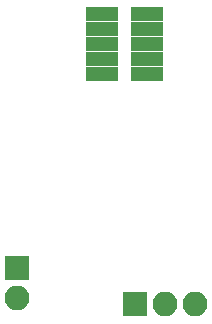
<source format=gbr>
G04 #@! TF.GenerationSoftware,KiCad,Pcbnew,(2017-08-16 revision 90873a101)-master*
G04 #@! TF.CreationDate,2017-12-27T22:47:25+02:00*
G04 #@! TF.ProjectId,esp-environment-sensors,6573702D656E7669726F6E6D656E742D,rev?*
G04 #@! TF.SameCoordinates,Original*
G04 #@! TF.FileFunction,Soldermask,Bot*
G04 #@! TF.FilePolarity,Negative*
%FSLAX46Y46*%
G04 Gerber Fmt 4.6, Leading zero omitted, Abs format (unit mm)*
G04 Created by KiCad (PCBNEW (2017-08-16 revision 90873a101)-master) date Wed Dec 27 22:47:25 2017*
%MOMM*%
%LPD*%
G01*
G04 APERTURE LIST*
%ADD10R,2.100000X2.100000*%
%ADD11O,2.100000X2.100000*%
%ADD12R,2.800000X1.160000*%
G04 APERTURE END LIST*
D10*
X108000000Y-135000000D03*
D11*
X108000000Y-137540000D03*
D12*
X115190000Y-118540000D03*
X119000000Y-118540000D03*
X115190000Y-117270000D03*
X119000000Y-117270000D03*
X115190000Y-116000000D03*
X119000000Y-116000000D03*
X115190000Y-114730000D03*
X119000000Y-114730000D03*
X115190000Y-113460000D03*
X119000000Y-113460000D03*
D10*
X117920000Y-138000000D03*
D11*
X120460000Y-138000000D03*
X123000000Y-138000000D03*
M02*

</source>
